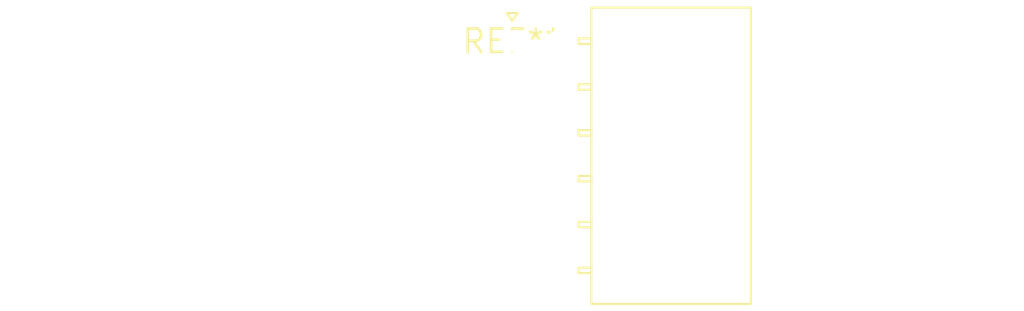
<source format=kicad_pcb>
(kicad_pcb (version 20240108) (generator pcbnew)
  (layers (0 "F.Cu" signal) (31 "B.Cu" signal) (34 "B.Paste" user) (35 "F.Paste" user) (36 "B.SilkS" user "B.Silkscreen") (37 "F.SilkS" user "F.Silkscreen") (38 "B.Mask" user) (39 "F.Mask" user) (44 "Edge.Cuts" user))
  (net 0 "")
  (footprint "Molex_Nano-Fit_105314-xx12_2x06_P2.50mm_Horizontal" (layer "F.Cu") (at 0 0)
    (property "Reference" "REF**")
    (property "Value" "Molex_Nano-Fit_105314-xx12_2x06_P2.50mm_Horizontal")
    (fp_line (start -0.3 -1.534264) (end 0 -1.11) (layer "F.SilkS") (stroke (width 0.12)))
    (fp_line (start 0 -1.11) (end 0.3 -1.534264) (layer "F.SilkS") (stroke (width 0.12)))
    (fp_line (start 0.3 -1.534264) (end -0.3 -1.534264) (layer "F.SilkS") (stroke (width 0.12)))
    (fp_line (start 3.61 -0.15) (end 3.61 0.15) (layer "F.SilkS") (stroke (width 0.12)))
    (fp_line (start 3.61 0.15) (end 4.31 0.15) (layer "F.SilkS") (stroke (width 0.12)))
    (fp_line (start 3.61 2.35) (end 3.61 2.65) (layer "F.SilkS") (stroke (width 0.12)))
    (fp_line (start 3.61 2.65) (end 4.31 2.65) (layer "F.SilkS") (stroke (width 0.12)))
    (fp_line (start 3.61 4.85) (end 3.61 5.15) (layer "F.SilkS") (stroke (width 0.12)))
    (fp_line (start 3.61 5.15) (end 4.31 5.15) (layer "F.SilkS") (stroke (width 0.12)))
    (fp_line (start 3.61 7.35) (end 3.61 7.65) (layer "F.SilkS") (stroke (width 0.12)))
    (fp_line (start 3.61 7.65) (end 4.31 7.65) (layer "F.SilkS") (stroke (width 0.12)))
    (fp_line (start 3.61 9.85) (end 3.61 10.15) (layer "F.SilkS") (stroke (width 0.12)))
    (fp_line (start 3.61 10.15) (end 4.31 10.15) (layer "F.SilkS") (stroke (width 0.12)))
    (fp_line (start 3.61 12.35) (end 3.61 12.65) (layer "F.SilkS") (stroke (width 0.12)))
    (fp_line (start 3.61 12.65) (end 4.31 12.65) (layer "F.SilkS") (stroke (width 0.12)))
    (fp_line (start 4.31 -1.83) (end 4.31 14.33) (layer "F.SilkS") (stroke (width 0.12)))
    (fp_line (start 4.31 -0.15) (end 3.61 -0.15) (layer "F.SilkS") (stroke (width 0.12)))
    (fp_line (start 4.31 0.15) (end 4.31 -0.15) (layer "F.SilkS") (stroke (width 0.12)))
    (fp_line (start 4.31 2.35) (end 3.61 2.35) (layer "F.SilkS") (stroke (width 0.12)))
    (fp_line (start 4.31 2.65) (end 4.31 2.35) (layer "F.SilkS") (stroke (width 0.12)))
    (fp_line (start 4.31 4.85) (end 3.61 4.85) (layer "F.SilkS") (stroke (width 0.12)))
    (fp_line (start 4.31 5.15) (end 4.31 4.85) (layer "F.SilkS") (stroke (width 0.12)))
    (fp_line (start 4.31 7.35) (end 3.61 7.35) (layer "F.SilkS") (stroke (width 0.12)))
    (fp_line (start 4.31 7.65) (end 4.31 7.35) (layer "F.SilkS") (stroke (width 0.12)))
    (fp_line (start 4.31 9.85) (end 3.61 9.85) (layer "F.SilkS") (stroke (width 0.12)))
    (fp_line (start 4.31 10.15) (end 4.31 9.85) (layer "F.SilkS") (stroke (width 0.12)))
    (fp_line (start 4.31 12.35) (end 3.61 12.35) (layer "F.SilkS") (stroke (width 0.12)))
    (fp_line (start 4.31 12.65) (end 4.31 12.35) (layer "F.SilkS") (stroke (width 0.12)))
    (fp_line (start 4.31 14.33) (end 12.99 14.33) (layer "F.SilkS") (stroke (width 0.12)))
    (fp_line (start 12.99 -1.83) (end 4.31 -1.83) (layer "F.SilkS") (stroke (width 0.12)))
    (fp_line (start 12.99 14.33) (end 12.99 -1.83) (layer "F.SilkS") (stroke (width 0.12)))
    (pad "" np_thru_hole circle (at 9.68 0) (size 1.7 1.7) (drill 1.7) (layers *.Cu *.Mask))
    (pad "" np_thru_hole circle (at 9.68 12.5) (size 1.7 1.7) (drill 1.7) (layers *.Cu *.Mask))
    (pad "1" thru_hole roundrect (at 0 0) (size 1.7 1.7) (drill 1.2) (layers *.Cu *.Mask) (remove_unused_layers) (roundrect_rratio 0.147059))
    (pad "2" thru_hole circle (at 0 2.5) (size 1.7 1.7) (drill 1.2) (layers *.Cu *.Mask) (remove_unused_layers))
    (pad "3" thru_hole circle (at 0 5) (size 1.7 1.7) (drill 1.2) (layers *.Cu *.Mask) (remove_unused_layers))
    (pad "4" thru_hole circle (at 0 7.5) (size 1.7 1.7) (drill 1.2) (layers *.Cu *.Mask) (remove_unused_layers))
    (pad "5" thru_hole circle (at 0 10) (size 1.7 1.7) (drill 1.2) (layers *.Cu *.Mask) (remove_unused_layers))
    (pad "6" thru_hole circle (at 0 12.5) (size 1.7 1.7) (drill 1.2) (layers *.Cu *.Mask) (remove_unused_layers))
    (pad "7" thru_hole circle (at 2.5 0) (size 1.7 1.7) (drill 1.2) (layers *.Cu *.Mask) (remove_unused_layers))
    (pad "8" thru_hole circle (at 2.5 2.5) (size 1.7 1.7) (drill 1.2) (layers *.Cu *.Mask) (remove_unused_layers))
    (pad "9" thru_hole circle (at 2.5 5) (size 1.7 1.7) (drill 1.2) (layers *.Cu *.Mask) (remove_unused_layers))
    (pad "10" thru_hole circle (at 2.5 7.5) (size 1.7 1.7) (drill 1.2) (layers *.Cu *.Mask) (remove_unused_layers))
    (pad "11" thru_hole circle (at 2.5 10) (size 1.7 1.7) (drill 1.2) (layers *.Cu *.Mask) (remove_unused_layers))
    (pad "12" thru_hole circle (at 2.5 12.5) (size 1.7 1.7) (drill 1.2) (layers *.Cu *.Mask) (remove_unused_layers))
  )
)
</source>
